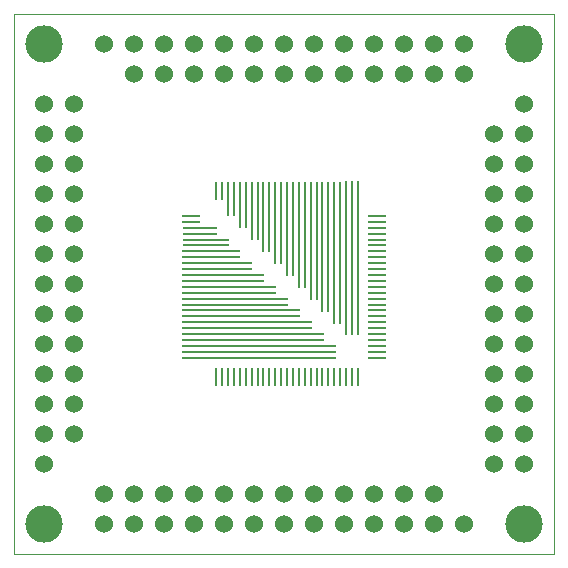
<source format=gts>
G04 (created by PCBNEW (2013-mar-13)-testing) date Wed 17 Apr 2013 01:49:40 PM EDT*
%MOIN*%
G04 Gerber Fmt 3.4, Leading zero omitted, Abs format*
%FSLAX34Y34*%
G01*
G70*
G90*
G04 APERTURE LIST*
%ADD10C,0.006*%
%ADD11C,0.00393701*%
%ADD12C,0.06*%
%ADD13R,0.0590551X0.0110236*%
%ADD14R,0.11811X0.0110236*%
%ADD15R,0.15748X0.0110236*%
%ADD16R,0.19685X0.0110236*%
%ADD17R,0.23622X0.0110236*%
%ADD18R,0.275591X0.0110236*%
%ADD19R,0.314961X0.0110236*%
%ADD20R,0.354331X0.0110236*%
%ADD21R,0.393701X0.0110236*%
%ADD22R,0.433071X0.0110236*%
%ADD23R,0.472441X0.0110236*%
%ADD24R,0.511811X0.0110236*%
%ADD25R,0.0110236X0.0590551*%
%ADD26R,0.0110236X0.511811*%
%ADD27R,0.0110236X0.472441*%
%ADD28R,0.0110236X0.433071*%
%ADD29R,0.0110236X0.393701*%
%ADD30R,0.0110236X0.354331*%
%ADD31R,0.0110236X0.314961*%
%ADD32R,0.0110236X0.275591*%
%ADD33R,0.0110236X0.23622*%
%ADD34R,0.0110236X0.19685*%
%ADD35R,0.0110236X0.15748*%
%ADD36R,0.0110236X0.11811*%
%ADD37C,0.125*%
G04 APERTURE END LIST*
G54D10*
G54D11*
X57370Y-57370D02*
X39370Y-57370D01*
X57370Y-39370D02*
X57370Y-57370D01*
X39370Y-39370D02*
X39370Y-57370D01*
X39370Y-39370D02*
X57370Y-39370D01*
G54D12*
X54370Y-40370D03*
X54370Y-41370D03*
X53370Y-40370D03*
X53370Y-41370D03*
X52370Y-40370D03*
X52370Y-41370D03*
X51370Y-40370D03*
X51370Y-41370D03*
X50370Y-40370D03*
X50370Y-41370D03*
X49370Y-40370D03*
X49370Y-41370D03*
X48370Y-40370D03*
X48370Y-41370D03*
X47370Y-40370D03*
X47370Y-41370D03*
X46370Y-40370D03*
X46370Y-41370D03*
X45370Y-40370D03*
X45370Y-41370D03*
X44370Y-40370D03*
X44370Y-41370D03*
X43370Y-40370D03*
X43370Y-41370D03*
X42370Y-40370D03*
X56370Y-54370D03*
X55370Y-54370D03*
X56370Y-53370D03*
X55370Y-53370D03*
X56370Y-52370D03*
X55370Y-52370D03*
X56370Y-51370D03*
X55370Y-51370D03*
X56370Y-50370D03*
X55370Y-50370D03*
X56370Y-49370D03*
X55370Y-49370D03*
X56370Y-48370D03*
X55370Y-48370D03*
X56370Y-47370D03*
X55370Y-47370D03*
X56370Y-46370D03*
X55370Y-46370D03*
X56370Y-45370D03*
X55370Y-45370D03*
X56370Y-44370D03*
X55370Y-44370D03*
X56370Y-43370D03*
X55370Y-43370D03*
X56370Y-42370D03*
X42370Y-56370D03*
X42370Y-55370D03*
X43370Y-56370D03*
X43370Y-55370D03*
X44370Y-56370D03*
X44370Y-55370D03*
X45370Y-56370D03*
X45370Y-55370D03*
X46370Y-56370D03*
X46370Y-55370D03*
X47370Y-56370D03*
X47370Y-55370D03*
X48370Y-56370D03*
X48370Y-55370D03*
X49370Y-56370D03*
X49370Y-55370D03*
X50370Y-56370D03*
X50370Y-55370D03*
X51370Y-56370D03*
X51370Y-55370D03*
X52370Y-56370D03*
X52370Y-55370D03*
X53370Y-56370D03*
X53370Y-55370D03*
X54370Y-56370D03*
X40370Y-42370D03*
X41370Y-42370D03*
X40370Y-43370D03*
X41370Y-43370D03*
X40370Y-44370D03*
X41370Y-44370D03*
X40370Y-45370D03*
X41370Y-45370D03*
X40370Y-46370D03*
X41370Y-46370D03*
X40370Y-47370D03*
X41370Y-47370D03*
X40370Y-48370D03*
X41370Y-48370D03*
X40370Y-49370D03*
X41370Y-49370D03*
X40370Y-50370D03*
X41370Y-50370D03*
X40370Y-51370D03*
X41370Y-51370D03*
X40370Y-52370D03*
X41370Y-52370D03*
X40370Y-53370D03*
X41370Y-53370D03*
X40370Y-54370D03*
G54D13*
X45259Y-46106D03*
X45259Y-46303D03*
G54D14*
X45555Y-46500D03*
X45555Y-46696D03*
G54D15*
X45751Y-46893D03*
X45751Y-47090D03*
G54D16*
X45948Y-47287D03*
X45948Y-47484D03*
G54D17*
X46145Y-47681D03*
X46145Y-47877D03*
G54D18*
X46342Y-48074D03*
X46342Y-48271D03*
G54D19*
X46539Y-48468D03*
X46539Y-48665D03*
G54D20*
X46736Y-48862D03*
X46736Y-49059D03*
G54D21*
X46933Y-49255D03*
X46933Y-49452D03*
G54D22*
X47129Y-49649D03*
X47129Y-49846D03*
G54D23*
X47326Y-50043D03*
X47326Y-50240D03*
G54D24*
X47523Y-50437D03*
X47523Y-50633D03*
X47523Y-50830D03*
G54D25*
X46106Y-51480D03*
X46303Y-51480D03*
X46500Y-51480D03*
X46696Y-51480D03*
X46893Y-51480D03*
X47090Y-51480D03*
X47287Y-51480D03*
X47484Y-51480D03*
X47681Y-51480D03*
X47877Y-51480D03*
X48074Y-51480D03*
X48271Y-51480D03*
X48468Y-51480D03*
X48665Y-51480D03*
X48862Y-51480D03*
X49059Y-51480D03*
X49255Y-51480D03*
X49452Y-51480D03*
X49649Y-51480D03*
X49846Y-51480D03*
X50043Y-51480D03*
X50240Y-51480D03*
X50437Y-51480D03*
X50633Y-51480D03*
G54D13*
X51480Y-50633D03*
X51480Y-50437D03*
X51480Y-50240D03*
X51480Y-50043D03*
X51480Y-49846D03*
X51480Y-49649D03*
X51480Y-49452D03*
X51480Y-49255D03*
X51480Y-49059D03*
X51480Y-48862D03*
X51480Y-48665D03*
X51480Y-48468D03*
X51480Y-48271D03*
X51480Y-48074D03*
X51480Y-47877D03*
X51480Y-47681D03*
X51480Y-47484D03*
X51480Y-47287D03*
X51480Y-47090D03*
X51480Y-46893D03*
X51480Y-46696D03*
X51480Y-46500D03*
X51480Y-46303D03*
X51480Y-46106D03*
G54D26*
X50830Y-47523D03*
X50633Y-47523D03*
X50437Y-47523D03*
G54D27*
X50240Y-47326D03*
X50043Y-47326D03*
G54D28*
X49846Y-47129D03*
X49649Y-47129D03*
G54D29*
X49452Y-46933D03*
X49255Y-46933D03*
G54D30*
X49059Y-46736D03*
X48862Y-46736D03*
G54D31*
X48665Y-46539D03*
X48468Y-46539D03*
G54D32*
X48271Y-46342D03*
X48074Y-46342D03*
G54D33*
X47877Y-46145D03*
X47681Y-46145D03*
G54D34*
X47484Y-45948D03*
X47287Y-45948D03*
G54D35*
X47090Y-45751D03*
X46893Y-45751D03*
G54D36*
X46696Y-45555D03*
X46500Y-45555D03*
G54D25*
X46303Y-45259D03*
X46106Y-45259D03*
X50830Y-51480D03*
G54D13*
X51480Y-50830D03*
G54D37*
X56370Y-56370D03*
X56370Y-40370D03*
X40370Y-40370D03*
X40370Y-56370D03*
M02*

</source>
